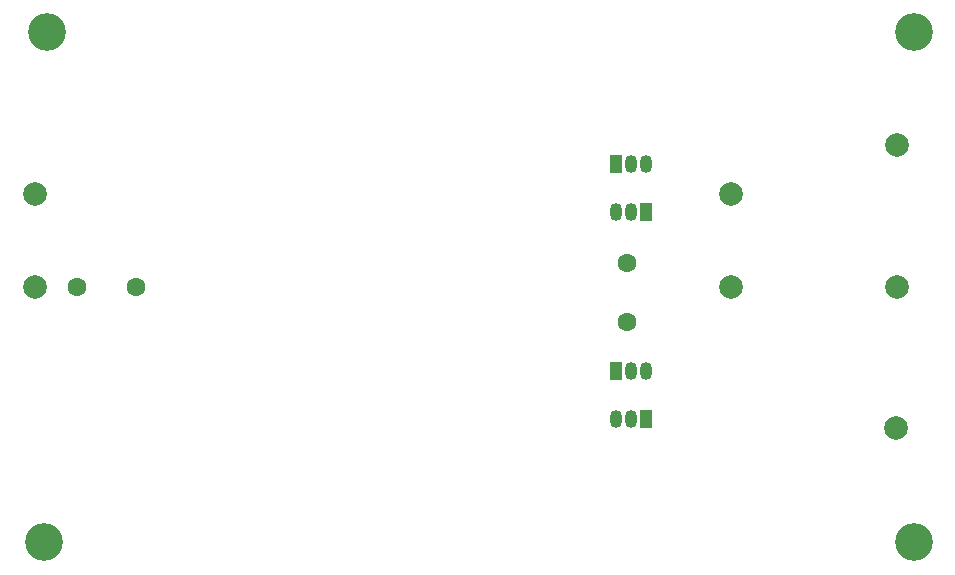
<source format=gbr>
G04 #@! TF.GenerationSoftware,KiCad,Pcbnew,(5.1.10-0-10_14)*
G04 #@! TF.CreationDate,2021-10-31T18:21:36+01:00*
G04 #@! TF.ProjectId,pre-amp-discret,7072652d-616d-4702-9d64-697363726574,rev?*
G04 #@! TF.SameCoordinates,Original*
G04 #@! TF.FileFunction,Soldermask,Bot*
G04 #@! TF.FilePolarity,Negative*
%FSLAX46Y46*%
G04 Gerber Fmt 4.6, Leading zero omitted, Abs format (unit mm)*
G04 Created by KiCad (PCBNEW (5.1.10-0-10_14)) date 2021-10-31 18:21:36*
%MOMM*%
%LPD*%
G01*
G04 APERTURE LIST*
%ADD10C,1.600000*%
%ADD11O,1.050000X1.500000*%
%ADD12R,1.050000X1.500000*%
%ADD13C,2.000000*%
%ADD14C,3.200000*%
G04 APERTURE END LIST*
D10*
X175387000Y-124824500D03*
X175387000Y-119824500D03*
D11*
X175704500Y-133096000D03*
X174434500Y-133096000D03*
D12*
X176974500Y-133096000D03*
D11*
X175704500Y-111506000D03*
X176974500Y-111506000D03*
D12*
X174434500Y-111506000D03*
D11*
X175704500Y-129032000D03*
X176974500Y-129032000D03*
D12*
X174434500Y-129032000D03*
D11*
X175704500Y-115570000D03*
X174434500Y-115570000D03*
D12*
X176974500Y-115570000D03*
D13*
X184213500Y-114046000D03*
X184213500Y-121920000D03*
X198247000Y-121920000D03*
X125222000Y-121920000D03*
X198183500Y-133858000D03*
X125222000Y-114046000D03*
X198247000Y-109855000D03*
D14*
X126238000Y-100330000D03*
X125984000Y-143510000D03*
X199644000Y-143510000D03*
X199644000Y-100330000D03*
D10*
X128778000Y-121920000D03*
X133778000Y-121920000D03*
M02*

</source>
